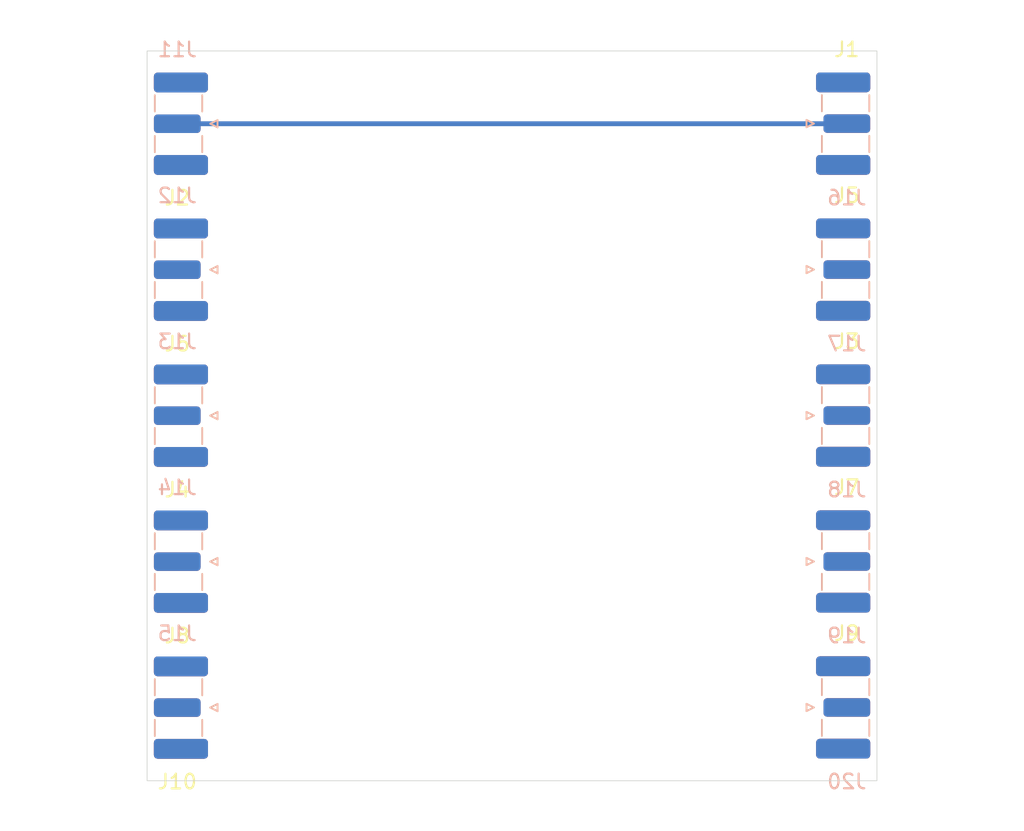
<source format=kicad_pcb>
(kicad_pcb (version 20241229) (generator "pcbnew") (generator_version "9.0")
  (layers (0 "F.Cu" signal) (2 "B.Cu" signal) (13 "F.Paste" user) (15 "B.Paste" user) (5 "F.SilkS" user "F.Silkscreen") (7 "B.SilkS" user "B.Silkscreen") (1 "F.Mask" user) (3 "B.Mask" user) (25 "Edge.Cuts" user))
  (net 0 "")
  (net 1 "GND")
  (net 2 "Net-(J1-In)")
  (net 3 "Net-(J3-In)")
  (net 4 "Net-(J5-In)")
  (net 5 "Net-(J7-In)")
  (net 6 "Net-(J10-In)")
  (net 7 "Net-(J11-In)")
  (net 8 "Net-(J12-In)")
  (net 9 "Net-(J13-In)")
  (net 10 "Net-(J14-In)")
  (net 11 "Net-(J15-In)")
  (footprint "Connector_Coaxial:SMA_Samtec_SMA-J-P-H-ST-EM1_EdgeMount" (layer "F.Cu") (at 136.261092 119.987008 180)
    (property "Reference" "J10" (at 0 -5.08 0) (layer "F.SilkS"))
    (property "Value" "SMA")
    (fp_line (start 1.54 1.95) (end 1.54 0.84) (stroke (width 0.12)) (layer "F.SilkS"))
    (fp_line (start 1.54 -0.84) (end 1.54 -1.95) (stroke (width 0.12)) (layer "F.SilkS"))
    (fp_line (start -1.71 1.95) (end -1.71 0.84) (stroke (width 0.12)) (layer "F.SilkS"))
    (fp_line (start -1.71 -0.84) (end -1.71 -1.95) (stroke (width 0.12)) (layer "F.SilkS"))
    (fp_line (start -2.26 0) (end -2.76 -0.25) (stroke (width 0.12)) (layer "F.SilkS"))
    (fp_line (start -2.76 0.25) (end -2.26 0) (stroke (width 0.12)) (layer "F.SilkS"))
    (fp_line (start -2.76 -0.25) (end -2.76 0.25) (stroke (width 0.12)) (layer "F.SilkS"))
    (pad "1" smd roundrect (at 0 0 270) (size 1.27 3.2) (layers "F.Cu" "F.Mask") (roundrect_rratio 0.1968503937) (net 6 "Net-(J10-In)"))
    (pad "2" smd roundrect (at -0.25 -2.825 270) (size 1.35 3.7) (layers "F.Cu" "F.Mask") (roundrect_rratio 0.1851851852) (net 1 "GND"))
    (pad "2" smd roundrect (at -0.25 -2.825 270) (size 1.35 3.7) (layers "B.Cu" "B.Mask") (roundrect_rratio 0.1851851852) (net 1 "GND"))
    (pad "2" smd roundrect (at -0.25 2.825 270) (size 1.35 3.7) (layers "F.Cu" "F.Mask") (roundrect_rratio 0.1851851852) (net 1 "GND"))
    (pad "2" smd roundrect (at -0.25 2.825 270) (size 1.35 3.7) (layers "B.Cu" "B.Mask") (roundrect_rratio 0.1851851852) (net 1 "GND"))
  )
  (footprint "Connector_Coaxial:SMA_Samtec_SMA-J-P-H-ST-EM1_EdgeMount" (layer "F.Cu") (at 182.132447 109.978238)
    (property "Reference" "J7" (at 0 -5.08 180) (layer "F.SilkS"))
    (property "Value" "SMA")
    (fp_line (start -2.76 -0.25) (end -2.76 0.25) (stroke (width 0.12)) (layer "F.SilkS"))
    (fp_line (start -2.76 0.25) (end -2.26 0) (stroke (width 0.12)) (layer "F.SilkS"))
    (fp_line (start -2.26 0) (end -2.76 -0.25) (stroke (width 0.12)) (layer "F.SilkS"))
    (fp_line (start -1.71 -0.84) (end -1.71 -1.95) (stroke (width 0.12)) (layer "F.SilkS"))
    (fp_line (start -1.71 1.95) (end -1.71 0.84) (stroke (width 0.12)) (layer "F.SilkS"))
    (fp_line (start 1.54 -0.84) (end 1.54 -1.95) (stroke (width 0.12)) (layer "F.SilkS"))
    (fp_line (start 1.54 1.95) (end 1.54 0.84) (stroke (width 0.12)) (layer "F.SilkS"))
    (pad "1" smd roundrect (at 0 0 90) (size 1.27 3.2) (layers "F.Cu" "F.Mask") (roundrect_rratio 0.1968503937) (net 5 "Net-(J7-In)"))
    (pad "2" smd roundrect (at -0.25 -2.825 90) (size 1.35 3.7) (layers "F.Cu" "F.Mask") (roundrect_rratio 0.1851851852) (net 1 "GND"))
    (pad "2" smd roundrect (at -0.25 -2.825 90) (size 1.35 3.7) (layers "B.Cu" "B.Mask") (roundrect_rratio 0.1851851852) (net 1 "GND"))
    (pad "2" smd roundrect (at -0.25 2.825 90) (size 1.35 3.7) (layers "F.Cu" "F.Mask") (roundrect_rratio 0.1851851852) (net 1 "GND"))
    (pad "2" smd roundrect (at -0.25 2.825 90) (size 1.35 3.7) (layers "B.Cu" "B.Mask") (roundrect_rratio 0.1851851852) (net 1 "GND"))
  )
  (footprint "Connector_Coaxial:SMA_Samtec_SMA-J-P-H-ST-EM1_EdgeMount" (layer "F.Cu") (at 182.132447 119.978238)
    (property "Reference" "J9" (at 0 -5.08 180) (layer "F.SilkS"))
    (property "Value" "SMA")
    (fp_line (start -2.76 -0.25) (end -2.76 0.25) (stroke (width 0.12)) (layer "F.SilkS"))
    (fp_line (start -2.76 0.25) (end -2.26 0) (stroke (width 0.12)) (layer "F.SilkS"))
    (fp_line (start -2.26 0) (end -2.76 -0.25) (stroke (width 0.12)) (layer "F.SilkS"))
    (fp_line (start -1.71 -0.84) (end -1.71 -1.95) (stroke (width 0.12)) (layer "F.SilkS"))
    (fp_line (start -1.71 1.95) (end -1.71 0.84) (stroke (width 0.12)) (layer "F.SilkS"))
    (fp_line (start 1.54 -0.84) (end 1.54 -1.95) (stroke (width 0.12)) (layer "F.SilkS"))
    (fp_line (start 1.54 1.95) (end 1.54 0.84) (stroke (width 0.12)) (layer "F.SilkS"))
    (pad "1" smd roundrect (at 0 0 90) (size 1.27 3.2) (layers "F.Cu" "F.Mask") (roundrect_rratio 0.1968503937) (net 6 "Net-(J10-In)"))
    (pad "2" smd roundrect (at -0.25 -2.825 90) (size 1.35 3.7) (layers "F.Cu" "F.Mask") (roundrect_rratio 0.1851851852) (net 1 "GND"))
    (pad "2" smd roundrect (at -0.25 -2.825 90) (size 1.35 3.7) (layers "B.Cu" "B.Mask") (roundrect_rratio 0.1851851852) (net 1 "GND"))
    (pad "2" smd roundrect (at -0.25 2.825 90) (size 1.35 3.7) (layers "F.Cu" "F.Mask") (roundrect_rratio 0.1851851852) (net 1 "GND"))
    (pad "2" smd roundrect (at -0.25 2.825 90) (size 1.35 3.7) (layers "B.Cu" "B.Mask") (roundrect_rratio 0.1851851852) (net 1 "GND"))
  )
  (footprint "Connector_Coaxial:SMA_Samtec_SMA-J-P-H-ST-EM1_EdgeMount" (layer "F.Cu") (at 182.132447 79.978238)
    (property "Reference" "J1" (at 0 -5.08 180) (layer "F.SilkS"))
    (property "Value" "SMA")
    (fp_line (start -2.76 -0.25) (end -2.76 0.25) (stroke (width 0.12)) (layer "F.SilkS"))
    (fp_line (start -2.76 0.25) (end -2.26 0) (stroke (width 0.12)) (layer "F.SilkS"))
    (fp_line (start -2.26 0) (end -2.76 -0.25) (stroke (width 0.12)) (layer "F.SilkS"))
    (fp_line (start -1.71 -0.84) (end -1.71 -1.95) (stroke (width 0.12)) (layer "F.SilkS"))
    (fp_line (start -1.71 1.95) (end -1.71 0.84) (stroke (width 0.12)) (layer "F.SilkS"))
    (fp_line (start 1.54 -0.84) (end 1.54 -1.95) (stroke (width 0.12)) (layer "F.SilkS"))
    (fp_line (start 1.54 1.95) (end 1.54 0.84) (stroke (width 0.12)) (layer "F.SilkS"))
    (pad "1" smd roundrect (at 0 0 90) (size 1.27 3.2) (layers "F.Cu" "F.Mask") (roundrect_rratio 0.1968503937) (net 2 "Net-(J1-In)"))
    (pad "2" smd roundrect (at -0.25 -2.825 90) (size 1.35 3.7) (layers "F.Cu" "F.Mask") (roundrect_rratio 0.1851851852) (net 1 "GND"))
    (pad "2" smd roundrect (at -0.25 -2.825 90) (size 1.35 3.7) (layers "B.Cu" "B.Mask") (roundrect_rratio 0.1851851852) (net 1 "GND"))
    (pad "2" smd roundrect (at -0.25 2.825 90) (size 1.35 3.7) (layers "F.Cu" "F.Mask") (roundrect_rratio 0.1851851852) (net 1 "GND"))
    (pad "2" smd roundrect (at -0.25 2.825 90) (size 1.35 3.7) (layers "B.Cu" "B.Mask") (roundrect_rratio 0.1851851852) (net 1 "GND"))
  )
  (footprint "Connector_Coaxial:SMA_Samtec_SMA-J-P-H-ST-EM1_EdgeMount" (layer "F.Cu") (at 182.132447 99.978238)
    (property "Reference" "J3" (at 0 -5.08 180) (layer "F.SilkS"))
    (property "Value" "SMA")
    (fp_line (start -2.76 -0.25) (end -2.76 0.25) (stroke (width 0.12)) (layer "F.SilkS"))
    (fp_line (start -2.76 0.25) (end -2.26 0) (stroke (width 0.12)) (layer "F.SilkS"))
    (fp_line (start -2.26 0) (end -2.76 -0.25) (stroke (width 0.12)) (layer "F.SilkS"))
    (fp_line (start -1.71 -0.84) (end -1.71 -1.95) (stroke (width 0.12)) (layer "F.SilkS"))
    (fp_line (start -1.71 1.95) (end -1.71 0.84) (stroke (width 0.12)) (layer "F.SilkS"))
    (fp_line (start 1.54 -0.84) (end 1.54 -1.95) (stroke (width 0.12)) (layer "F.SilkS"))
    (fp_line (start 1.54 1.95) (end 1.54 0.84) (stroke (width 0.12)) (layer "F.SilkS"))
    (pad "1" smd roundrect (at 0 0 90) (size 1.27 3.2) (layers "F.Cu" "F.Mask") (roundrect_rratio 0.1968503937) (net 3 "Net-(J3-In)"))
    (pad "2" smd roundrect (at -0.25 -2.825 90) (size 1.35 3.7) (layers "F.Cu" "F.Mask") (roundrect_rratio 0.1851851852) (net 1 "GND"))
    (pad "2" smd roundrect (at -0.25 -2.825 90) (size 1.35 3.7) (layers "B.Cu" "B.Mask") (roundrect_rratio 0.1851851852) (net 1 "GND"))
    (pad "2" smd roundrect (at -0.25 2.825 90) (size 1.35 3.7) (layers "F.Cu" "F.Mask") (roundrect_rratio 0.1851851852) (net 1 "GND"))
    (pad "2" smd roundrect (at -0.25 2.825 90) (size 1.35 3.7) (layers "B.Cu" "B.Mask") (roundrect_rratio 0.1851851852) (net 1 "GND"))
  )
  (footprint "Connector_Coaxial:SMA_Samtec_SMA-J-P-H-ST-EM1_EdgeMount" (layer "F.Cu") (at 136.261092 79.987008 180)
    (property "Reference" "J2" (at 0 -5.08 0) (layer "F.SilkS"))
    (property "Value" "SMA")
    (fp_line (start 1.54 1.95) (end 1.54 0.84) (stroke (width 0.12)) (layer "F.SilkS"))
    (fp_line (start 1.54 -0.84) (end 1.54 -1.95) (stroke (width 0.12)) (layer "F.SilkS"))
    (fp_line (start -1.71 1.95) (end -1.71 0.84) (stroke (width 0.12)) (layer "F.SilkS"))
    (fp_line (start -1.71 -0.84) (end -1.71 -1.95) (stroke (width 0.12)) (layer "F.SilkS"))
    (fp_line (start -2.26 0) (end -2.76 -0.25) (stroke (width 0.12)) (layer "F.SilkS"))
    (fp_line (start -2.76 0.25) (end -2.26 0) (stroke (width 0.12)) (layer "F.SilkS"))
    (fp_line (start -2.76 -0.25) (end -2.76 0.25) (stroke (width 0.12)) (layer "F.SilkS"))
    (pad "1" smd roundrect (at 0 0 270) (size 1.27 3.2) (layers "F.Cu" "F.Mask") (roundrect_rratio 0.1968503937) (net 2 "Net-(J1-In)"))
    (pad "2" smd roundrect (at -0.25 -2.825 270) (size 1.35 3.7) (layers "F.Cu" "F.Mask") (roundrect_rratio 0.1851851852) (net 1 "GND"))
    (pad "2" smd roundrect (at -0.25 -2.825 270) (size 1.35 3.7) (layers "B.Cu" "B.Mask") (roundrect_rratio 0.1851851852) (net 1 "GND"))
    (pad "2" smd roundrect (at -0.25 2.825 270) (size 1.35 3.7) (layers "F.Cu" "F.Mask") (roundrect_rratio 0.1851851852) (net 1 "GND"))
    (pad "2" smd roundrect (at -0.25 2.825 270) (size 1.35 3.7) (layers "B.Cu" "B.Mask") (roundrect_rratio 0.1851851852) (net 1 "GND"))
  )
  (footprint "Connector_Coaxial:SMA_Samtec_SMA-J-P-H-ST-EM1_EdgeMount" (layer "F.Cu") (at 136.261092 99.987008 180)
    (property "Reference" "J4" (at 0 -5.08 0) (layer "F.SilkS"))
    (property "Value" "SMA")
    (fp_line (start 1.54 1.95) (end 1.54 0.84) (stroke (width 0.12)) (layer "F.SilkS"))
    (fp_line (start 1.54 -0.84) (end 1.54 -1.95) (stroke (width 0.12)) (layer "F.SilkS"))
    (fp_line (start -1.71 1.95) (end -1.71 0.84) (stroke (width 0.12)) (layer "F.SilkS"))
    (fp_line (start -1.71 -0.84) (end -1.71 -1.95) (stroke (width 0.12)) (layer "F.SilkS"))
    (fp_line (start -2.26 0) (end -2.76 -0.25) (stroke (width 0.12)) (layer "F.SilkS"))
    (fp_line (start -2.76 0.25) (end -2.26 0) (stroke (width 0.12)) (layer "F.SilkS"))
    (fp_line (start -2.76 -0.25) (end -2.76 0.25) (stroke (width 0.12)) (layer "F.SilkS"))
    (pad "1" smd roundrect (at 0 0 270) (size 1.27 3.2) (layers "F.Cu" "F.Mask") (roundrect_rratio 0.1968503937) (net 3 "Net-(J3-In)"))
    (pad "2" smd roundrect (at -0.25 -2.825 270) (size 1.35 3.7) (layers "F.Cu" "F.Mask") (roundrect_rratio 0.1851851852) (net 1 "GND"))
    (pad "2" smd roundrect (at -0.25 -2.825 270) (size 1.35 3.7) (layers "B.Cu" "B.Mask") (roundrect_rratio 0.1851851852) (net 1 "GND"))
    (pad "2" smd roundrect (at -0.25 2.825 270) (size 1.35 3.7) (layers "F.Cu" "F.Mask") (roundrect_rratio 0.1851851852) (net 1 "GND"))
    (pad "2" smd roundrect (at -0.25 2.825 270) (size 1.35 3.7) (layers "B.Cu" "B.Mask") (roundrect_rratio 0.1851851852) (net 1 "GND"))
  )
  (footprint "Connector_Coaxial:SMA_Samtec_SMA-J-P-H-ST-EM1_EdgeMount" (layer "F.Cu") (at 136.261092 109.987008 180)
    (property "Reference" "J8" (at 0 -5.08 0) (layer "F.SilkS"))
    (property "Value" "SMA")
    (fp_line (start 1.54 1.95) (end 1.54 0.84) (stroke (width 0.12)) (layer "F.SilkS"))
    (fp_line (start 1.54 -0.84) (end 1.54 -1.95) (stroke (width 0.12)) (layer "F.SilkS"))
    (fp_line (start -1.71 1.95) (end -1.71 0.84) (stroke (width 0.12)) (layer "F.SilkS"))
    (fp_line (start -1.71 -0.84) (end -1.71 -1.95) (stroke (width 0.12)) (layer "F.SilkS"))
    (fp_line (start -2.26 0) (end -2.76 -0.25) (stroke (width 0.12)) (layer "F.SilkS"))
    (fp_line (start -2.76 0.25) (end -2.26 0) (stroke (width 0.12)) (layer "F.SilkS"))
    (fp_line (start -2.76 -0.25) (end -2.76 0.25) (stroke (width 0.12)) (layer "F.SilkS"))
    (pad "1" smd roundrect (at 0 0 270) (size 1.27 3.2) (layers "F.Cu" "F.Mask") (roundrect_rratio 0.1968503937) (net 5 "Net-(J7-In)"))
    (pad "2" smd roundrect (at -0.25 -2.825 270) (size 1.35 3.7) (layers "F.Cu" "F.Mask") (roundrect_rratio 0.1851851852) (net 1 "GND"))
    (pad "2" smd roundrect (at -0.25 -2.825 270) (size 1.35 3.7) (layers "B.Cu" "B.Mask") (roundrect_rratio 0.1851851852) (net 1 "GND"))
    (pad "2" smd roundrect (at -0.25 2.825 270) (size 1.35 3.7) (layers "F.Cu" "F.Mask") (roundrect_rratio 0.1851851852) (net 1 "GND"))
    (pad "2" smd roundrect (at -0.25 2.825 270) (size 1.35 3.7) (layers "B.Cu" "B.Mask") (roundrect_rratio 0.1851851852) (net 1 "GND"))
  )
  (footprint "Connector_Coaxial:SMA_Samtec_SMA-J-P-H-ST-EM1_EdgeMount" (layer "F.Cu") (at 136.261092 89.987008 180)
    (property "Reference" "J6" (at 0 -5.08 0) (layer "F.SilkS"))
    (property "Value" "SMA")
    (fp_line (start 1.54 1.95) (end 1.54 0.84) (stroke (width 0.12)) (layer "F.SilkS"))
    (fp_line (start 1.54 -0.84) (end 1.54 -1.95) (stroke (width 0.12)) (layer "F.SilkS"))
    (fp_line (start -1.71 1.95) (end -1.71 0.84) (stroke (width 0.12)) (layer "F.SilkS"))
    (fp_line (start -1.71 -0.84) (end -1.71 -1.95) (stroke (width 0.12)) (layer "F.SilkS"))
    (fp_line (start -2.26 0) (end -2.76 -0.25) (stroke (width 0.12)) (layer "F.SilkS"))
    (fp_line (start -2.76 0.25) (end -2.26 0) (stroke (width 0.12)) (layer "F.SilkS"))
    (fp_line (start -2.76 -0.25) (end -2.76 0.25) (stroke (width 0.12)) (layer "F.SilkS"))
    (pad "1" smd roundrect (at 0 0 270) (size 1.27 3.2) (layers "F.Cu" "F.Mask") (roundrect_rratio 0.1968503937) (net 4 "Net-(J5-In)"))
    (pad "2" smd roundrect (at -0.25 -2.825 270) (size 1.35 3.7) (layers "F.Cu" "F.Mask") (roundrect_rratio 0.1851851852) (net 1 "GND"))
    (pad "2" smd roundrect (at -0.25 -2.825 270) (size 1.35 3.7) (layers "B.Cu" "B.Mask") (roundrect_rratio 0.1851851852) (net 1 "GND"))
    (pad "2" smd roundrect (at -0.25 2.825 270) (size 1.35 3.7) (layers "F.Cu" "F.Mask") (roundrect_rratio 0.1851851852) (net 1 "GND"))
    (pad "2" smd roundrect (at -0.25 2.825 270) (size 1.35 3.7) (layers "B.Cu" "B.Mask") (roundrect_rratio 0.1851851852) (net 1 "GND"))
  )
  (footprint "Connector_Coaxial:SMA_Samtec_SMA-J-P-H-ST-EM1_EdgeMount" (layer "F.Cu") (at 182.132447 89.978238)
    (property "Reference" "J5" (at 0 -5.08 180) (layer "F.SilkS"))
    (property "Value" "SMA")
    (fp_line (start -2.76 -0.25) (end -2.76 0.25) (stroke (width 0.12)) (layer "F.SilkS"))
    (fp_line (start -2.76 0.25) (end -2.26 0) (stroke (width 0.12)) (layer "F.SilkS"))
    (fp_line (start -2.26 0) (end -2.76 -0.25) (stroke (width 0.12)) (layer "F.SilkS"))
    (fp_line (start -1.71 -0.84) (end -1.71 -1.95) (stroke (width 0.12)) (layer "F.SilkS"))
    (fp_line (start -1.71 1.95) (end -1.71 0.84) (stroke (width 0.12)) (layer "F.SilkS"))
    (fp_line (start 1.54 -0.84) (end 1.54 -1.95) (stroke (width 0.12)) (layer "F.SilkS"))
    (fp_line (start 1.54 1.95) (end 1.54 0.84) (stroke (width 0.12)) (layer "F.SilkS"))
    (pad "1" smd roundrect (at 0 0 90) (size 1.27 3.2) (layers "F.Cu" "F.Mask") (roundrect_rratio 0.1968503937) (net 4 "Net-(J5-In)"))
    (pad "2" smd roundrect (at -0.25 -2.825 90) (size 1.35 3.7) (layers "F.Cu" "F.Mask") (roundrect_rratio 0.1851851852) (net 1 "GND"))
    (pad "2" smd roundrect (at -0.25 -2.825 90) (size 1.35 3.7) (layers "B.Cu" "B.Mask") (roundrect_rratio 0.1851851852) (net 1 "GND"))
    (pad "2" smd roundrect (at -0.25 2.825 90) (size 1.35 3.7) (layers "F.Cu" "F.Mask") (roundrect_rratio 0.1851851852) (net 1 "GND"))
    (pad "2" smd roundrect (at -0.25 2.825 90) (size 1.35 3.7) (layers "B.Cu" "B.Mask") (roundrect_rratio 0.1851851852) (net 1 "GND"))
  )
  (footprint "Connector_Coaxial:SMA_Samtec_SMA-J-P-H-ST-EM1_EdgeMount" (layer "B.Cu") (at 182.132447 119.978238)
    (property "Reference" "J20" (at 0 5.08 0) (layer "B.SilkS") (effects (justify mirror)))
    (property "Value" "SMA")
    (fp_line (start -2.76 -0.25) (end -2.26 0) (stroke (width 0.12)) (layer "B.SilkS"))
    (fp_line (start -2.76 0.25) (end -2.76 -0.25) (stroke (width 0.12)) (layer "B.SilkS"))
    (fp_line (start -2.26 0) (end -2.76 0.25) (stroke (width 0.12)) (layer "B.SilkS"))
    (fp_line (start -1.71 -1.95) (end -1.71 -0.84) (stroke (width 0.12)) (layer "B.SilkS"))
    (fp_line (start -1.71 0.84) (end -1.71 1.95) (stroke (width 0.12)) (layer "B.SilkS"))
    (fp_line (start 1.54 -1.95) (end 1.54 -0.84) (stroke (width 0.12)) (layer "B.SilkS"))
    (fp_line (start 1.54 0.84) (end 1.54 1.95) (stroke (width 0.12)) (layer "B.SilkS"))
    (pad "1" smd roundrect (at 0 0 270) (size 1.27 3.2) (layers "B.Cu" "B.Mask") (roundrect_rratio 0.1968503937) (net 11 "Net-(J15-In)"))
    (pad "2" smd roundrect (at -0.25 -2.825 270) (size 1.35 3.7) (layers "F.Cu" "F.Mask") (roundrect_rratio 0.1851851852) (net 1 "GND"))
    (pad "2" smd roundrect (at -0.25 -2.825 270) (size 1.35 3.7) (layers "B.Cu" "B.Mask") (roundrect_rratio 0.1851851852) (net 1 "GND"))
    (pad "2" smd roundrect (at -0.25 2.825 270) (size 1.35 3.7) (layers "F.Cu" "F.Mask") (roundrect_rratio 0.1851851852) (net 1 "GND"))
    (pad "2" smd roundrect (at -0.25 2.825 270) (size 1.35 3.7) (layers "B.Cu" "B.Mask") (roundrect_rratio 0.1851851852) (net 1 "GND"))
  )
  (footprint "Connector_Coaxial:SMA_Samtec_SMA-J-P-H-ST-EM1_EdgeMount" (layer "B.Cu") (at 136.261092 99.987008 180)
    (property "Reference" "J13" (at 0 5.08 0) (layer "B.SilkS") (effects (justify mirror)))
    (property "Value" "SMA")
    (fp_line (start 1.54 0.84) (end 1.54 1.95) (stroke (width 0.12)) (layer "B.SilkS"))
    (fp_line (start 1.54 -1.95) (end 1.54 -0.84) (stroke (width 0.12)) (layer "B.SilkS"))
    (fp_line (start -1.71 0.84) (end -1.71 1.95) (stroke (width 0.12)) (layer "B.SilkS"))
    (fp_line (start -1.71 -1.95) (end -1.71 -0.84) (stroke (width 0.12)) (layer "B.SilkS"))
    (fp_line (start -2.26 0) (end -2.76 0.25) (stroke (width 0.12)) (layer "B.SilkS"))
    (fp_line (start -2.76 0.25) (end -2.76 -0.25) (stroke (width 0.12)) (layer "B.SilkS"))
    (fp_line (start -2.76 -0.25) (end -2.26 0) (stroke (width 0.12)) (layer "B.SilkS"))
    (pad "1" smd roundrect (at 0 0 90) (size 1.27 3.2) (layers "B.Cu" "B.Mask") (roundrect_rratio 0.1968503937) (net 9 "Net-(J13-In)"))
    (pad "2" smd roundrect (at -0.25 -2.825 90) (size 1.35 3.7) (layers "F.Cu" "F.Mask") (roundrect_rratio 0.1851851852) (net 1 "GND"))
    (pad "2" smd roundrect (at -0.25 -2.825 90) (size 1.35 3.7) (layers "B.Cu" "B.Mask") (roundrect_rratio 0.1851851852) (net 1 "GND"))
    (pad "2" smd roundrect (at -0.25 2.825 90) (size 1.35 3.7) (layers "F.Cu" "F.Mask") (roundrect_rratio 0.1851851852) (net 1 "GND"))
    (pad "2" smd roundrect (at -0.25 2.825 90) (size 1.35 3.7) (layers "B.Cu" "B.Mask") (roundrect_rratio 0.1851851852) (net 1 "GND"))
  )
  (footprint "Connector_Coaxial:SMA_Samtec_SMA-J-P-H-ST-EM1_EdgeMount" (layer "B.Cu") (at 182.132447 89.978238)
    (property "Reference" "J17" (at 0 5.08 0) (layer "B.SilkS") (effects (justify mirror)))
    (property "Value" "SMA")
    (fp_line (start -2.76 -0.25) (end -2.26 0) (stroke (width 0.12)) (layer "B.SilkS"))
    (fp_line (start -2.76 0.25) (end -2.76 -0.25) (stroke (width 0.12)) (layer "B.SilkS"))
    (fp_line (start -2.26 0) (end -2.76 0.25) (stroke (width 0.12)) (layer "B.SilkS"))
    (fp_line (start -1.71 -1.95) (end -1.71 -0.84) (stroke (width 0.12)) (layer "B.SilkS"))
    (fp_line (start -1.71 0.84) (end -1.71 1.95) (stroke (width 0.12)) (layer "B.SilkS"))
    (fp_line (start 1.54 -1.95) (end 1.54 -0.84) (stroke (width 0.12)) (layer "B.SilkS"))
    (fp_line (start 1.54 0.84) (end 1.54 1.95) (stroke (width 0.12)) (layer "B.SilkS"))
    (pad "1" smd roundrect (at 0 0 270) (size 1.27 3.2) (layers "B.Cu" "B.Mask") (roundrect_rratio 0.1968503937) (net 8 "Net-(J12-In)"))
    (pad "2" smd roundrect (at -0.25 -2.825 270) (size 1.35 3.7) (layers "F.Cu" "F.Mask") (roundrect_rratio 0.1851851852) (net 1 "GND"))
    (pad "2" smd roundrect (at -0.25 -2.825 270) (size 1.35 3.7) (layers "B.Cu" "B.Mask") (roundrect_rratio 0.1851851852) (net 1 "GND"))
    (pad "2" smd roundrect (at -0.25 2.825 270) (size 1.35 3.7) (layers "F.Cu" "F.Mask") (roundrect_rratio 0.1851851852) (net 1 "GND"))
    (pad "2" smd roundrect (at -0.25 2.825 270) (size 1.35 3.7) (layers "B.Cu" "B.Mask") (roundrect_rratio 0.1851851852) (net 1 "GND"))
  )
  (footprint "Connector_Coaxial:SMA_Samtec_SMA-J-P-H-ST-EM1_EdgeMount" (layer "B.Cu") (at 182.132447 109.978238)
    (property "Reference" "J19" (at 0 5.08 0) (layer "B.SilkS") (effects (justify mirror)))
    (property "Value" "SMA")
    (fp_line (start -2.76 -0.25) (end -2.26 0) (stroke (width 0.12)) (layer "B.SilkS"))
    (fp_line (start -2.76 0.25) (end -2.76 -0.25) (stroke (width 0.12)) (layer "B.SilkS"))
    (fp_line (start -2.26 0) (end -2.76 0.25) (stroke (width 0.12)) (layer "B.SilkS"))
    (fp_line (start -1.71 -1.95) (end -1.71 -0.84) (stroke (width 0.12)) (layer "B.SilkS"))
    (fp_line (start -1.71 0.84) (end -1.71 1.95) (stroke (width 0.12)) (layer "B.SilkS"))
    (fp_line (start 1.54 -1.95) (end 1.54 -0.84) (stroke (width 0.12)) (layer "B.SilkS"))
    (fp_line (start 1.54 0.84) (end 1.54 1.95) (stroke (width 0.12)) (layer "B.SilkS"))
    (pad "1" smd roundrect (at 0 0 270) (size 1.27 3.2) (layers "B.Cu" "B.Mask") (roundrect_rratio 0.1968503937) (net 10 "Net-(J14-In)"))
    (pad "2" smd roundrect (at -0.25 -2.825 270) (size 1.35 3.7) (layers "F.Cu" "F.Mask") (roundrect_rratio 0.1851851852) (net 1 "GND"))
    (pad "2" smd roundrect (at -0.25 -2.825 270) (size 1.35 3.7) (layers "B.Cu" "B.Mask") (roundrect_rratio 0.1851851852) (net 1 "GND"))
    (pad "2" smd roundrect (at -0.25 2.825 270) (size 1.35 3.7) (layers "F.Cu" "F.Mask") (roundrect_rratio 0.1851851852) (net 1 "GND"))
    (pad "2" smd roundrect (at -0.25 2.825 270) (size 1.35 3.7) (layers "B.Cu" "B.Mask") (roundrect_rratio 0.1851851852) (net 1 "GND"))
  )
  (footprint "Connector_Coaxial:SMA_Samtec_SMA-J-P-H-ST-EM1_EdgeMount" (layer "B.Cu") (at 182.132447 99.978238)
    (property "Reference" "J18" (at 0 5.08 0) (layer "B.SilkS") (effects (justify mirror)))
    (property "Value" "SMA")
    (fp_line (start -2.76 -0.25) (end -2.26 0) (stroke (width 0.12)) (layer "B.SilkS"))
    (fp_line (start -2.76 0.25) (end -2.76 -0.25) (stroke (width 0.12)) (layer "B.SilkS"))
    (fp_line (start -2.26 0) (end -2.76 0.25) (stroke (width 0.12)) (layer "B.SilkS"))
    (fp_line (start -1.71 -1.95) (end -1.71 -0.84) (stroke (width 0.12)) (layer "B.SilkS"))
    (fp_line (start -1.71 0.84) (end -1.71 1.95) (stroke (width 0.12)) (layer "B.SilkS"))
    (fp_line (start 1.54 -1.95) (end 1.54 -0.84) (stroke (width 0.12)) (layer "B.SilkS"))
    (fp_line (start 1.54 0.84) (end 1.54 1.95) (stroke (width 0.12)) (layer "B.SilkS"))
    (pad "1" smd roundrect (at 0 0 270) (size 1.27 3.2) (layers "B.Cu" "B.Mask") (roundrect_rratio 0.1968503937) (net 9 "Net-(J13-In)"))
    (pad "2" smd roundrect (at -0.25 -2.825 270) (size 1.35 3.7) (layers "F.Cu" "F.Mask") (roundrect_rratio 0.1851851852) (net 1 "GND"))
    (pad "2" smd roundrect (at -0.25 -2.825 270) (size 1.35 3.7) (layers "B.Cu" "B.Mask") (roundrect_rratio 0.1851851852) (net 1 "GND"))
    (pad "2" smd roundrect (at -0.25 2.825 270) (size 1.35 3.7) (layers "F.Cu" "F.Mask") (roundrect_rratio 0.1851851852) (net 1 "GND"))
    (pad "2" smd roundrect (at -0.25 2.825 270) (size 1.35 3.7) (layers "B.Cu" "B.Mask") (roundrect_rratio 0.1851851852) (net 1 "GND"))
  )
  (footprint "Connector_Coaxial:SMA_Samtec_SMA-J-P-H-ST-EM1_EdgeMount" (layer "B.Cu") (at 182.132447 79.978238)
    (property "Reference" "J16" (at 0 5.08 0) (layer "B.SilkS") (effects (justify mirror)))
    (property "Value" "SMA")
    (fp_line (start -2.76 -0.25) (end -2.26 0) (stroke (width 0.12)) (layer "B.SilkS"))
    (fp_line (start -2.76 0.25) (end -2.76 -0.25) (stroke (width 0.12)) (layer "B.SilkS"))
    (fp_line (start -2.26 0) (end -2.76 0.25) (stroke (width 0.12)) (layer "B.SilkS"))
    (fp_line (start -1.71 -1.95) (end -1.71 -0.84) (stroke (width 0.12)) (layer "B.SilkS"))
    (fp_line (start -1.71 0.84) (end -1.71 1.95) (stroke (width 0.12)) (layer "B.SilkS"))
    (fp_line (start 1.54 -1.95) (end 1.54 -0.84) (stroke (width 0.12)) (layer "B.SilkS"))
    (fp_line (start 1.54 0.84) (end 1.54 1.95) (stroke (width 0.12)) (layer "B.SilkS"))
    (pad "1" smd roundrect (at 0 0 270) (size 1.27 3.2) (layers "B.Cu" "B.Mask") (roundrect_rratio 0.1968503937) (net 7 "Net-(J11-In)"))
    (pad "2" smd roundrect (at -0.25 -2.825 270) (size 1.35 3.7) (layers "F.Cu" "F.Mask") (roundrect_rratio 0.1851851852) (net 1 "GND"))
    (pad "2" smd roundrect (at -0.25 -2.825 270) (size 1.35 3.7) (layers "B.Cu" "B.Mask") (roundrect_rratio 0.1851851852) (net 1 "GND"))
    (pad "2" smd roundrect (at -0.25 2.825 270) (size 1.35 3.7) (layers "F.Cu" "F.Mask") (roundrect_rratio 0.1851851852) (net 1 "GND"))
    (pad "2" smd roundrect (at -0.25 2.825 270) (size 1.35 3.7) (layers "B.Cu" "B.Mask") (roundrect_rratio 0.1851851852) (net 1 "GND"))
  )
  (footprint "Connector_Coaxial:SMA_Samtec_SMA-J-P-H-ST-EM1_EdgeMount" (layer "B.Cu") (at 136.261092 89.987008 180)
    (property "Reference" "J12" (at 0 5.08 0) (layer "B.SilkS") (effects (justify mirror)))
    (property "Value" "SMA")
    (fp_line (start 1.54 0.84) (end 1.54 1.95) (stroke (width 0.12)) (layer "B.SilkS"))
    (fp_line (start 1.54 -1.95) (end 1.54 -0.84) (stroke (width 0.12)) (layer "B.SilkS"))
    (fp_line (start -1.71 0.84) (end -1.71 1.95) (stroke (width 0.12)) (layer "B.SilkS"))
    (fp_line (start -1.71 -1.95) (end -1.71 -0.84) (stroke (width 0.12)) (layer "B.SilkS"))
    (fp_line (start -2.26 0) (end -2.76 0.25) (stroke (width 0.12)) (layer "B.SilkS"))
    (fp_line (start -2.76 0.25) (end -2.76 -0.25) (stroke (width 0.12)) (layer "B.SilkS"))
    (fp_line (start -2.76 -0.25) (end -2.26 0) (stroke (width 0.12)) (layer "B.SilkS"))
    (pad "1" smd roundrect (at 0 0 90) (size 1.27 3.2) (layers "B.Cu" "B.Mask") (roundrect_rratio 0.1968503937) (net 8 "Net-(J12-In)"))
    (pad "2" smd roundrect (at -0.25 -2.825 90) (size 1.35 3.7) (layers "F.Cu" "F.Mask") (roundrect_rratio 0.1851851852) (net 1 "GND"))
    (pad "2" smd roundrect (at -0.25 -2.825 90) (size 1.35 3.7) (layers "B.Cu" "B.Mask") (roundrect_rratio 0.1851851852) (net 1 "GND"))
    (pad "2" smd roundrect (at -0.25 2.825 90) (size 1.35 3.7) (layers "F.Cu" "F.Mask") (roundrect_rratio 0.1851851852) (net 1 "GND"))
    (pad "2" smd roundrect (at -0.25 2.825 90) (size 1.35 3.7) (layers "B.Cu" "B.Mask") (roundrect_rratio 0.1851851852) (net 1 "GND"))
  )
  (footprint "Connector_Coaxial:SMA_Samtec_SMA-J-P-H-ST-EM1_EdgeMount" (layer "B.Cu") (at 136.261092 119.987008 180)
    (property "Reference" "J15" (at 0 5.08 0) (layer "B.SilkS") (effects (justify mirror)))
    (property "Value" "SMA")
    (fp_line (start 1.54 0.84) (end 1.54 1.95) (stroke (width 0.12)) (layer "B.SilkS"))
    (fp_line (start 1.54 -1.95) (end 1.54 -0.84) (stroke (width 0.12)) (layer "B.SilkS"))
    (fp_line (start -1.71 0.84) (end -1.71 1.95) (stroke (width 0.12)) (layer "B.SilkS"))
    (fp_line (start -1.71 -1.95) (end -1.71 -0.84) (stroke (width 0.12)) (layer "B.SilkS"))
    (fp_line (start -2.26 0) (end -2.76 0.25) (stroke (width 0.12)) (layer "B.SilkS"))
    (fp_line (start -2.76 0.25) (end -2.76 -0.25) (stroke (width 0.12)) (layer "B.SilkS"))
    (fp_line (start -2.76 -0.25) (end -2.26 0) (stroke (width 0.12)) (layer "B.SilkS"))
    (pad "1" smd roundrect (at 0 0 90) (size 1.27 3.2) (layers "B.Cu" "B.Mask") (roundrect_rratio 0.1968503937) (net 11 "Net-(J15-In)"))
    (pad "2" smd roundrect (at -0.25 -2.825 90) (size 1.35 3.7) (layers "F.Cu" "F.Mask") (roundrect_rratio 0.1851851852) (net 1 "GND"))
    (pad "2" smd roundrect (at -0.25 -2.825 90) (size 1.35 3.7) (layers "B.Cu" "B.Mask") (roundrect_rratio 0.1851851852) (net 1 "GND"))
    (pad "2" smd roundrect (at -0.25 2.825 90) (size 1.35 3.7) (layers "F.Cu" "F.Mask") (roundrect_rratio 0.1851851852) (net 1 "GND"))
    (pad "2" smd roundrect (at -0.25 2.825 90) (size 1.35 3.7) (layers "B.Cu" "B.Mask") (roundrect_rratio 0.1851851852) (net 1 "GND"))
  )
  (footprint "Connector_Coaxial:SMA_Samtec_SMA-J-P-H-ST-EM1_EdgeMount" (layer "B.Cu") (at 136.261092 109.987008 180)
    (property "Reference" "J14" (at 0 5.08 0) (layer "B.SilkS") (effects (justify mirror)))
    (property "Value" "SMA")
    (fp_line (start 1.54 0.84) (end 1.54 1.95) (stroke (width 0.12)) (layer "B.SilkS"))
    (fp_line (start 1.54 -1.95) (end 1.54 -0.84) (stroke (width 0.12)) (layer "B.SilkS"))
    (fp_line (start -1.71 0.84) (end -1.71 1.95) (stroke (width 0.12)) (layer "B.SilkS"))
    (fp_line (start -1.71 -1.95) (end -1.71 -0.84) (stroke (width 0.12)) (layer "B.SilkS"))
    (fp_line (start -2.26 0) (end -2.76 0.25) (stroke (width 0.12)) (layer "B.SilkS"))
    (fp_line (start -2.76 0.25) (end -2.76 -0.25) (stroke (width 0.12)) (layer "B.SilkS"))
    (fp_line (start -2.76 -0.25) (end -2.26 0) (stroke (width 0.12)) (layer "B.SilkS"))
    (pad "1" smd roundrect (at 0 0 90) (size 1.27 3.2) (layers "B.Cu" "B.Mask") (roundrect_rratio 0.1968503937) (net 10 "Net-(J14-In)"))
    (pad "2" smd roundrect (at -0.25 -2.825 90) (size 1.35 3.7) (layers "F.Cu" "F.Mask") (roundrect_rratio 0.1851851852) (net 1 "GND"))
    (pad "2" smd roundrect (at -0.25 -2.825 90) (size 1.35 3.7) (layers "B.Cu" "B.Mask") (roundrect_rratio 0.1851851852) (net 1 "GND"))
    (pad "2" smd roundrect (at -0.25 2.825 90) (size 1.35 3.7) (layers "F.Cu" "F.Mask") (roundrect_rratio 0.1851851852) (net 1 "GND"))
    (pad "2" smd roundrect (at -0.25 2.825 90) (size 1.35 3.7) (layers "B.Cu" "B.Mask") (roundrect_rratio 0.1851851852) (net 1 "GND"))
  )
  (footprint "Connector_Coaxial:SMA_Samtec_SMA-J-P-H-ST-EM1_EdgeMount" (layer "B.Cu") (at 136.261092 79.987008 180)
    (property "Reference" "J11" (at 0 5.08 0) (layer "B.SilkS") (effects (justify mirror)))
    (property "Value" "SMA")
    (fp_line (start 1.54 0.84) (end 1.54 1.95) (stroke (width 0.12)) (layer "B.SilkS"))
    (fp_line (start 1.54 -1.95) (end 1.54 -0.84) (stroke (width 0.12)) (layer "B.SilkS"))
    (fp_line (start -1.71 0.84) (end -1.71 1.95) (stroke (width 0.12)) (layer "B.SilkS"))
    (fp_line (start -1.71 -1.95) (end -1.71 -0.84) (stroke (width 0.12)) (layer "B.SilkS"))
    (fp_line (start -2.26 0) (end -2.76 0.25) (stroke (width 0.12)) (layer "B.SilkS"))
    (fp_line (start -2.76 0.25) (end -2.76 -0.25) (stroke (width 0.12)) (layer "B.SilkS"))
    (fp_line (start -2.76 -0.25) (end -2.26 0) (stroke (width 0.12)) (layer "B.SilkS"))
    (pad "1" smd roundrect (at 0 0 90) (size 1.27 3.2) (layers "B.Cu" "B.Mask") (roundrect_rratio 0.1968503937) (net 7 "Net-(J11-In)"))
    (pad "2" smd roundrect (at -0.25 -2.825 90) (size 1.35 3.7) (layers "F.Cu" "F.Mask") (roundrect_rratio 0.1851851852) (net 1 "GND"))
    (pad "2" smd roundrect (at -0.25 -2.825 90) (size 1.35 3.7) (layers "B.Cu" "B.Mask") (roundrect_rratio 0.1851851852) (net 1 "GND"))
    (pad "2" smd roundrect (at -0.25 2.825 90) (size 1.35 3.7) (layers "F.Cu" "F.Mask") (roundrect_rratio 0.1851851852) (net 1 "GND"))
    (pad "2" smd roundrect (at -0.25 2.825 90) (size 1.35 3.7) (layers "B.Cu" "B.Mask") (roundrect_rratio 0.1851851852) (net 1 "GND"))
  )
  (gr_rect (start 134.194568 74.999387) (end 184.194568 124.999387) (stroke (width 0.05)) (fill no) (layer "Edge.Cuts"))
  (segment (start 183.315738 79.978238) (end 183.3375 80) (width 0.1565) (layer "F.Cu") (net 2))
  (segment (start 136.6625 80) (end 136.684262 79.978238) (width 0.1565) (layer "F.Cu") (net 2))
  (segment (start 182.123677 79.987008) (end 182.132447 79.978238) (width 0.2) (layer "F.Cu") (net 2))
  (segment (start 136.261092 79.987008) (end 182.123677 79.987008) (width 0.1565) (layer "F.Cu") (net 2))
  (segment (start 181.169468 79.987008) (end 136.261092 79.987008) (width 0.332) (layer "B.Cu") (net 7))
  (segment (start 182.132447 79.978238) (end 181.178238 79.978238) (width 0.2) (layer "B.Cu") (net 7))
  (segment (start 181.178238 79.978238) (end 181.169468 79.987008) (width 0.2) (layer "B.Cu") (net 7))
)
</source>
